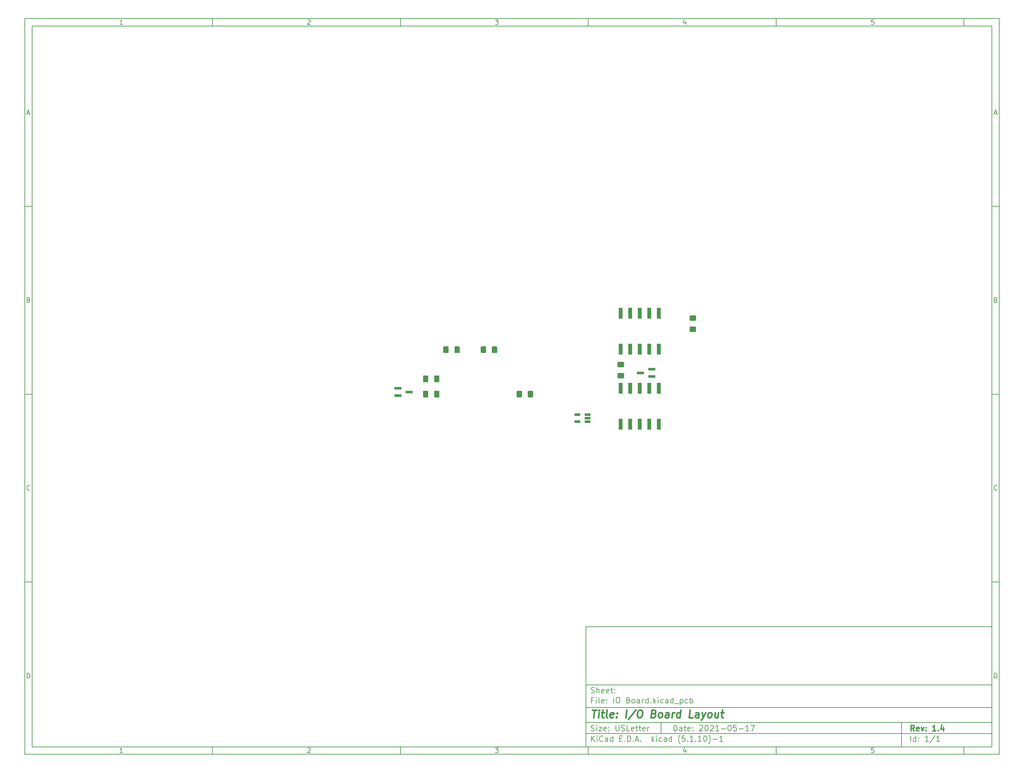
<source format=gbr>
G04 #@! TF.GenerationSoftware,KiCad,Pcbnew,(5.1.10)-1*
G04 #@! TF.CreationDate,2021-05-21T10:06:19-04:00*
G04 #@! TF.ProjectId,IO Board,494f2042-6f61-4726-942e-6b696361645f,1.4*
G04 #@! TF.SameCoordinates,Original*
G04 #@! TF.FileFunction,Paste,Top*
G04 #@! TF.FilePolarity,Positive*
%FSLAX46Y46*%
G04 Gerber Fmt 4.6, Leading zero omitted, Abs format (unit mm)*
G04 Created by KiCad (PCBNEW (5.1.10)-1) date 2021-05-21 10:06:19*
%MOMM*%
%LPD*%
G01*
G04 APERTURE LIST*
%ADD10C,0.100000*%
%ADD11C,0.150000*%
%ADD12C,0.300000*%
%ADD13C,0.400000*%
%ADD14R,1.900000X0.800000*%
%ADD15R,1.000000X3.000000*%
%ADD16R,1.560000X0.650000*%
G04 APERTURE END LIST*
D10*
D11*
X159400000Y-171900000D02*
X159400000Y-203900000D01*
X267400000Y-203900000D01*
X267400000Y-171900000D01*
X159400000Y-171900000D01*
D10*
D11*
X10000000Y-10000000D02*
X10000000Y-205900000D01*
X269400000Y-205900000D01*
X269400000Y-10000000D01*
X10000000Y-10000000D01*
D10*
D11*
X12000000Y-12000000D02*
X12000000Y-203900000D01*
X267400000Y-203900000D01*
X267400000Y-12000000D01*
X12000000Y-12000000D01*
D10*
D11*
X60000000Y-12000000D02*
X60000000Y-10000000D01*
D10*
D11*
X110000000Y-12000000D02*
X110000000Y-10000000D01*
D10*
D11*
X160000000Y-12000000D02*
X160000000Y-10000000D01*
D10*
D11*
X210000000Y-12000000D02*
X210000000Y-10000000D01*
D10*
D11*
X260000000Y-12000000D02*
X260000000Y-10000000D01*
D10*
D11*
X36065476Y-11588095D02*
X35322619Y-11588095D01*
X35694047Y-11588095D02*
X35694047Y-10288095D01*
X35570238Y-10473809D01*
X35446428Y-10597619D01*
X35322619Y-10659523D01*
D10*
D11*
X85322619Y-10411904D02*
X85384523Y-10350000D01*
X85508333Y-10288095D01*
X85817857Y-10288095D01*
X85941666Y-10350000D01*
X86003571Y-10411904D01*
X86065476Y-10535714D01*
X86065476Y-10659523D01*
X86003571Y-10845238D01*
X85260714Y-11588095D01*
X86065476Y-11588095D01*
D10*
D11*
X135260714Y-10288095D02*
X136065476Y-10288095D01*
X135632142Y-10783333D01*
X135817857Y-10783333D01*
X135941666Y-10845238D01*
X136003571Y-10907142D01*
X136065476Y-11030952D01*
X136065476Y-11340476D01*
X136003571Y-11464285D01*
X135941666Y-11526190D01*
X135817857Y-11588095D01*
X135446428Y-11588095D01*
X135322619Y-11526190D01*
X135260714Y-11464285D01*
D10*
D11*
X185941666Y-10721428D02*
X185941666Y-11588095D01*
X185632142Y-10226190D02*
X185322619Y-11154761D01*
X186127380Y-11154761D01*
D10*
D11*
X236003571Y-10288095D02*
X235384523Y-10288095D01*
X235322619Y-10907142D01*
X235384523Y-10845238D01*
X235508333Y-10783333D01*
X235817857Y-10783333D01*
X235941666Y-10845238D01*
X236003571Y-10907142D01*
X236065476Y-11030952D01*
X236065476Y-11340476D01*
X236003571Y-11464285D01*
X235941666Y-11526190D01*
X235817857Y-11588095D01*
X235508333Y-11588095D01*
X235384523Y-11526190D01*
X235322619Y-11464285D01*
D10*
D11*
X60000000Y-203900000D02*
X60000000Y-205900000D01*
D10*
D11*
X110000000Y-203900000D02*
X110000000Y-205900000D01*
D10*
D11*
X160000000Y-203900000D02*
X160000000Y-205900000D01*
D10*
D11*
X210000000Y-203900000D02*
X210000000Y-205900000D01*
D10*
D11*
X260000000Y-203900000D02*
X260000000Y-205900000D01*
D10*
D11*
X36065476Y-205488095D02*
X35322619Y-205488095D01*
X35694047Y-205488095D02*
X35694047Y-204188095D01*
X35570238Y-204373809D01*
X35446428Y-204497619D01*
X35322619Y-204559523D01*
D10*
D11*
X85322619Y-204311904D02*
X85384523Y-204250000D01*
X85508333Y-204188095D01*
X85817857Y-204188095D01*
X85941666Y-204250000D01*
X86003571Y-204311904D01*
X86065476Y-204435714D01*
X86065476Y-204559523D01*
X86003571Y-204745238D01*
X85260714Y-205488095D01*
X86065476Y-205488095D01*
D10*
D11*
X135260714Y-204188095D02*
X136065476Y-204188095D01*
X135632142Y-204683333D01*
X135817857Y-204683333D01*
X135941666Y-204745238D01*
X136003571Y-204807142D01*
X136065476Y-204930952D01*
X136065476Y-205240476D01*
X136003571Y-205364285D01*
X135941666Y-205426190D01*
X135817857Y-205488095D01*
X135446428Y-205488095D01*
X135322619Y-205426190D01*
X135260714Y-205364285D01*
D10*
D11*
X185941666Y-204621428D02*
X185941666Y-205488095D01*
X185632142Y-204126190D02*
X185322619Y-205054761D01*
X186127380Y-205054761D01*
D10*
D11*
X236003571Y-204188095D02*
X235384523Y-204188095D01*
X235322619Y-204807142D01*
X235384523Y-204745238D01*
X235508333Y-204683333D01*
X235817857Y-204683333D01*
X235941666Y-204745238D01*
X236003571Y-204807142D01*
X236065476Y-204930952D01*
X236065476Y-205240476D01*
X236003571Y-205364285D01*
X235941666Y-205426190D01*
X235817857Y-205488095D01*
X235508333Y-205488095D01*
X235384523Y-205426190D01*
X235322619Y-205364285D01*
D10*
D11*
X10000000Y-60000000D02*
X12000000Y-60000000D01*
D10*
D11*
X10000000Y-110000000D02*
X12000000Y-110000000D01*
D10*
D11*
X10000000Y-160000000D02*
X12000000Y-160000000D01*
D10*
D11*
X10690476Y-35216666D02*
X11309523Y-35216666D01*
X10566666Y-35588095D02*
X11000000Y-34288095D01*
X11433333Y-35588095D01*
D10*
D11*
X11092857Y-84907142D02*
X11278571Y-84969047D01*
X11340476Y-85030952D01*
X11402380Y-85154761D01*
X11402380Y-85340476D01*
X11340476Y-85464285D01*
X11278571Y-85526190D01*
X11154761Y-85588095D01*
X10659523Y-85588095D01*
X10659523Y-84288095D01*
X11092857Y-84288095D01*
X11216666Y-84350000D01*
X11278571Y-84411904D01*
X11340476Y-84535714D01*
X11340476Y-84659523D01*
X11278571Y-84783333D01*
X11216666Y-84845238D01*
X11092857Y-84907142D01*
X10659523Y-84907142D01*
D10*
D11*
X11402380Y-135464285D02*
X11340476Y-135526190D01*
X11154761Y-135588095D01*
X11030952Y-135588095D01*
X10845238Y-135526190D01*
X10721428Y-135402380D01*
X10659523Y-135278571D01*
X10597619Y-135030952D01*
X10597619Y-134845238D01*
X10659523Y-134597619D01*
X10721428Y-134473809D01*
X10845238Y-134350000D01*
X11030952Y-134288095D01*
X11154761Y-134288095D01*
X11340476Y-134350000D01*
X11402380Y-134411904D01*
D10*
D11*
X10659523Y-185588095D02*
X10659523Y-184288095D01*
X10969047Y-184288095D01*
X11154761Y-184350000D01*
X11278571Y-184473809D01*
X11340476Y-184597619D01*
X11402380Y-184845238D01*
X11402380Y-185030952D01*
X11340476Y-185278571D01*
X11278571Y-185402380D01*
X11154761Y-185526190D01*
X10969047Y-185588095D01*
X10659523Y-185588095D01*
D10*
D11*
X269400000Y-60000000D02*
X267400000Y-60000000D01*
D10*
D11*
X269400000Y-110000000D02*
X267400000Y-110000000D01*
D10*
D11*
X269400000Y-160000000D02*
X267400000Y-160000000D01*
D10*
D11*
X268090476Y-35216666D02*
X268709523Y-35216666D01*
X267966666Y-35588095D02*
X268400000Y-34288095D01*
X268833333Y-35588095D01*
D10*
D11*
X268492857Y-84907142D02*
X268678571Y-84969047D01*
X268740476Y-85030952D01*
X268802380Y-85154761D01*
X268802380Y-85340476D01*
X268740476Y-85464285D01*
X268678571Y-85526190D01*
X268554761Y-85588095D01*
X268059523Y-85588095D01*
X268059523Y-84288095D01*
X268492857Y-84288095D01*
X268616666Y-84350000D01*
X268678571Y-84411904D01*
X268740476Y-84535714D01*
X268740476Y-84659523D01*
X268678571Y-84783333D01*
X268616666Y-84845238D01*
X268492857Y-84907142D01*
X268059523Y-84907142D01*
D10*
D11*
X268802380Y-135464285D02*
X268740476Y-135526190D01*
X268554761Y-135588095D01*
X268430952Y-135588095D01*
X268245238Y-135526190D01*
X268121428Y-135402380D01*
X268059523Y-135278571D01*
X267997619Y-135030952D01*
X267997619Y-134845238D01*
X268059523Y-134597619D01*
X268121428Y-134473809D01*
X268245238Y-134350000D01*
X268430952Y-134288095D01*
X268554761Y-134288095D01*
X268740476Y-134350000D01*
X268802380Y-134411904D01*
D10*
D11*
X268059523Y-185588095D02*
X268059523Y-184288095D01*
X268369047Y-184288095D01*
X268554761Y-184350000D01*
X268678571Y-184473809D01*
X268740476Y-184597619D01*
X268802380Y-184845238D01*
X268802380Y-185030952D01*
X268740476Y-185278571D01*
X268678571Y-185402380D01*
X268554761Y-185526190D01*
X268369047Y-185588095D01*
X268059523Y-185588095D01*
D10*
D11*
X182832142Y-199678571D02*
X182832142Y-198178571D01*
X183189285Y-198178571D01*
X183403571Y-198250000D01*
X183546428Y-198392857D01*
X183617857Y-198535714D01*
X183689285Y-198821428D01*
X183689285Y-199035714D01*
X183617857Y-199321428D01*
X183546428Y-199464285D01*
X183403571Y-199607142D01*
X183189285Y-199678571D01*
X182832142Y-199678571D01*
X184975000Y-199678571D02*
X184975000Y-198892857D01*
X184903571Y-198750000D01*
X184760714Y-198678571D01*
X184475000Y-198678571D01*
X184332142Y-198750000D01*
X184975000Y-199607142D02*
X184832142Y-199678571D01*
X184475000Y-199678571D01*
X184332142Y-199607142D01*
X184260714Y-199464285D01*
X184260714Y-199321428D01*
X184332142Y-199178571D01*
X184475000Y-199107142D01*
X184832142Y-199107142D01*
X184975000Y-199035714D01*
X185475000Y-198678571D02*
X186046428Y-198678571D01*
X185689285Y-198178571D02*
X185689285Y-199464285D01*
X185760714Y-199607142D01*
X185903571Y-199678571D01*
X186046428Y-199678571D01*
X187117857Y-199607142D02*
X186975000Y-199678571D01*
X186689285Y-199678571D01*
X186546428Y-199607142D01*
X186475000Y-199464285D01*
X186475000Y-198892857D01*
X186546428Y-198750000D01*
X186689285Y-198678571D01*
X186975000Y-198678571D01*
X187117857Y-198750000D01*
X187189285Y-198892857D01*
X187189285Y-199035714D01*
X186475000Y-199178571D01*
X187832142Y-199535714D02*
X187903571Y-199607142D01*
X187832142Y-199678571D01*
X187760714Y-199607142D01*
X187832142Y-199535714D01*
X187832142Y-199678571D01*
X187832142Y-198750000D02*
X187903571Y-198821428D01*
X187832142Y-198892857D01*
X187760714Y-198821428D01*
X187832142Y-198750000D01*
X187832142Y-198892857D01*
X189617857Y-198321428D02*
X189689285Y-198250000D01*
X189832142Y-198178571D01*
X190189285Y-198178571D01*
X190332142Y-198250000D01*
X190403571Y-198321428D01*
X190475000Y-198464285D01*
X190475000Y-198607142D01*
X190403571Y-198821428D01*
X189546428Y-199678571D01*
X190475000Y-199678571D01*
X191403571Y-198178571D02*
X191546428Y-198178571D01*
X191689285Y-198250000D01*
X191760714Y-198321428D01*
X191832142Y-198464285D01*
X191903571Y-198750000D01*
X191903571Y-199107142D01*
X191832142Y-199392857D01*
X191760714Y-199535714D01*
X191689285Y-199607142D01*
X191546428Y-199678571D01*
X191403571Y-199678571D01*
X191260714Y-199607142D01*
X191189285Y-199535714D01*
X191117857Y-199392857D01*
X191046428Y-199107142D01*
X191046428Y-198750000D01*
X191117857Y-198464285D01*
X191189285Y-198321428D01*
X191260714Y-198250000D01*
X191403571Y-198178571D01*
X192475000Y-198321428D02*
X192546428Y-198250000D01*
X192689285Y-198178571D01*
X193046428Y-198178571D01*
X193189285Y-198250000D01*
X193260714Y-198321428D01*
X193332142Y-198464285D01*
X193332142Y-198607142D01*
X193260714Y-198821428D01*
X192403571Y-199678571D01*
X193332142Y-199678571D01*
X194760714Y-199678571D02*
X193903571Y-199678571D01*
X194332142Y-199678571D02*
X194332142Y-198178571D01*
X194189285Y-198392857D01*
X194046428Y-198535714D01*
X193903571Y-198607142D01*
X195403571Y-199107142D02*
X196546428Y-199107142D01*
X197546428Y-198178571D02*
X197689285Y-198178571D01*
X197832142Y-198250000D01*
X197903571Y-198321428D01*
X197975000Y-198464285D01*
X198046428Y-198750000D01*
X198046428Y-199107142D01*
X197975000Y-199392857D01*
X197903571Y-199535714D01*
X197832142Y-199607142D01*
X197689285Y-199678571D01*
X197546428Y-199678571D01*
X197403571Y-199607142D01*
X197332142Y-199535714D01*
X197260714Y-199392857D01*
X197189285Y-199107142D01*
X197189285Y-198750000D01*
X197260714Y-198464285D01*
X197332142Y-198321428D01*
X197403571Y-198250000D01*
X197546428Y-198178571D01*
X199403571Y-198178571D02*
X198689285Y-198178571D01*
X198617857Y-198892857D01*
X198689285Y-198821428D01*
X198832142Y-198750000D01*
X199189285Y-198750000D01*
X199332142Y-198821428D01*
X199403571Y-198892857D01*
X199475000Y-199035714D01*
X199475000Y-199392857D01*
X199403571Y-199535714D01*
X199332142Y-199607142D01*
X199189285Y-199678571D01*
X198832142Y-199678571D01*
X198689285Y-199607142D01*
X198617857Y-199535714D01*
X200117857Y-199107142D02*
X201260714Y-199107142D01*
X202760714Y-199678571D02*
X201903571Y-199678571D01*
X202332142Y-199678571D02*
X202332142Y-198178571D01*
X202189285Y-198392857D01*
X202046428Y-198535714D01*
X201903571Y-198607142D01*
X203260714Y-198178571D02*
X204260714Y-198178571D01*
X203617857Y-199678571D01*
D10*
D11*
X159400000Y-200400000D02*
X267400000Y-200400000D01*
D10*
D11*
X160832142Y-202478571D02*
X160832142Y-200978571D01*
X161689285Y-202478571D02*
X161046428Y-201621428D01*
X161689285Y-200978571D02*
X160832142Y-201835714D01*
X162332142Y-202478571D02*
X162332142Y-201478571D01*
X162332142Y-200978571D02*
X162260714Y-201050000D01*
X162332142Y-201121428D01*
X162403571Y-201050000D01*
X162332142Y-200978571D01*
X162332142Y-201121428D01*
X163903571Y-202335714D02*
X163832142Y-202407142D01*
X163617857Y-202478571D01*
X163475000Y-202478571D01*
X163260714Y-202407142D01*
X163117857Y-202264285D01*
X163046428Y-202121428D01*
X162975000Y-201835714D01*
X162975000Y-201621428D01*
X163046428Y-201335714D01*
X163117857Y-201192857D01*
X163260714Y-201050000D01*
X163475000Y-200978571D01*
X163617857Y-200978571D01*
X163832142Y-201050000D01*
X163903571Y-201121428D01*
X165189285Y-202478571D02*
X165189285Y-201692857D01*
X165117857Y-201550000D01*
X164975000Y-201478571D01*
X164689285Y-201478571D01*
X164546428Y-201550000D01*
X165189285Y-202407142D02*
X165046428Y-202478571D01*
X164689285Y-202478571D01*
X164546428Y-202407142D01*
X164475000Y-202264285D01*
X164475000Y-202121428D01*
X164546428Y-201978571D01*
X164689285Y-201907142D01*
X165046428Y-201907142D01*
X165189285Y-201835714D01*
X166546428Y-202478571D02*
X166546428Y-200978571D01*
X166546428Y-202407142D02*
X166403571Y-202478571D01*
X166117857Y-202478571D01*
X165975000Y-202407142D01*
X165903571Y-202335714D01*
X165832142Y-202192857D01*
X165832142Y-201764285D01*
X165903571Y-201621428D01*
X165975000Y-201550000D01*
X166117857Y-201478571D01*
X166403571Y-201478571D01*
X166546428Y-201550000D01*
X168403571Y-201692857D02*
X168903571Y-201692857D01*
X169117857Y-202478571D02*
X168403571Y-202478571D01*
X168403571Y-200978571D01*
X169117857Y-200978571D01*
X169760714Y-202335714D02*
X169832142Y-202407142D01*
X169760714Y-202478571D01*
X169689285Y-202407142D01*
X169760714Y-202335714D01*
X169760714Y-202478571D01*
X170475000Y-202478571D02*
X170475000Y-200978571D01*
X170832142Y-200978571D01*
X171046428Y-201050000D01*
X171189285Y-201192857D01*
X171260714Y-201335714D01*
X171332142Y-201621428D01*
X171332142Y-201835714D01*
X171260714Y-202121428D01*
X171189285Y-202264285D01*
X171046428Y-202407142D01*
X170832142Y-202478571D01*
X170475000Y-202478571D01*
X171975000Y-202335714D02*
X172046428Y-202407142D01*
X171975000Y-202478571D01*
X171903571Y-202407142D01*
X171975000Y-202335714D01*
X171975000Y-202478571D01*
X172617857Y-202050000D02*
X173332142Y-202050000D01*
X172475000Y-202478571D02*
X172975000Y-200978571D01*
X173475000Y-202478571D01*
X173975000Y-202335714D02*
X174046428Y-202407142D01*
X173975000Y-202478571D01*
X173903571Y-202407142D01*
X173975000Y-202335714D01*
X173975000Y-202478571D01*
X176975000Y-202478571D02*
X176975000Y-200978571D01*
X177117857Y-201907142D02*
X177546428Y-202478571D01*
X177546428Y-201478571D02*
X176975000Y-202050000D01*
X178189285Y-202478571D02*
X178189285Y-201478571D01*
X178189285Y-200978571D02*
X178117857Y-201050000D01*
X178189285Y-201121428D01*
X178260714Y-201050000D01*
X178189285Y-200978571D01*
X178189285Y-201121428D01*
X179546428Y-202407142D02*
X179403571Y-202478571D01*
X179117857Y-202478571D01*
X178975000Y-202407142D01*
X178903571Y-202335714D01*
X178832142Y-202192857D01*
X178832142Y-201764285D01*
X178903571Y-201621428D01*
X178975000Y-201550000D01*
X179117857Y-201478571D01*
X179403571Y-201478571D01*
X179546428Y-201550000D01*
X180832142Y-202478571D02*
X180832142Y-201692857D01*
X180760714Y-201550000D01*
X180617857Y-201478571D01*
X180332142Y-201478571D01*
X180189285Y-201550000D01*
X180832142Y-202407142D02*
X180689285Y-202478571D01*
X180332142Y-202478571D01*
X180189285Y-202407142D01*
X180117857Y-202264285D01*
X180117857Y-202121428D01*
X180189285Y-201978571D01*
X180332142Y-201907142D01*
X180689285Y-201907142D01*
X180832142Y-201835714D01*
X182189285Y-202478571D02*
X182189285Y-200978571D01*
X182189285Y-202407142D02*
X182046428Y-202478571D01*
X181760714Y-202478571D01*
X181617857Y-202407142D01*
X181546428Y-202335714D01*
X181475000Y-202192857D01*
X181475000Y-201764285D01*
X181546428Y-201621428D01*
X181617857Y-201550000D01*
X181760714Y-201478571D01*
X182046428Y-201478571D01*
X182189285Y-201550000D01*
X184475000Y-203050000D02*
X184403571Y-202978571D01*
X184260714Y-202764285D01*
X184189285Y-202621428D01*
X184117857Y-202407142D01*
X184046428Y-202050000D01*
X184046428Y-201764285D01*
X184117857Y-201407142D01*
X184189285Y-201192857D01*
X184260714Y-201050000D01*
X184403571Y-200835714D01*
X184475000Y-200764285D01*
X185760714Y-200978571D02*
X185046428Y-200978571D01*
X184975000Y-201692857D01*
X185046428Y-201621428D01*
X185189285Y-201550000D01*
X185546428Y-201550000D01*
X185689285Y-201621428D01*
X185760714Y-201692857D01*
X185832142Y-201835714D01*
X185832142Y-202192857D01*
X185760714Y-202335714D01*
X185689285Y-202407142D01*
X185546428Y-202478571D01*
X185189285Y-202478571D01*
X185046428Y-202407142D01*
X184975000Y-202335714D01*
X186475000Y-202335714D02*
X186546428Y-202407142D01*
X186475000Y-202478571D01*
X186403571Y-202407142D01*
X186475000Y-202335714D01*
X186475000Y-202478571D01*
X187975000Y-202478571D02*
X187117857Y-202478571D01*
X187546428Y-202478571D02*
X187546428Y-200978571D01*
X187403571Y-201192857D01*
X187260714Y-201335714D01*
X187117857Y-201407142D01*
X188617857Y-202335714D02*
X188689285Y-202407142D01*
X188617857Y-202478571D01*
X188546428Y-202407142D01*
X188617857Y-202335714D01*
X188617857Y-202478571D01*
X190117857Y-202478571D02*
X189260714Y-202478571D01*
X189689285Y-202478571D02*
X189689285Y-200978571D01*
X189546428Y-201192857D01*
X189403571Y-201335714D01*
X189260714Y-201407142D01*
X191046428Y-200978571D02*
X191189285Y-200978571D01*
X191332142Y-201050000D01*
X191403571Y-201121428D01*
X191475000Y-201264285D01*
X191546428Y-201550000D01*
X191546428Y-201907142D01*
X191475000Y-202192857D01*
X191403571Y-202335714D01*
X191332142Y-202407142D01*
X191189285Y-202478571D01*
X191046428Y-202478571D01*
X190903571Y-202407142D01*
X190832142Y-202335714D01*
X190760714Y-202192857D01*
X190689285Y-201907142D01*
X190689285Y-201550000D01*
X190760714Y-201264285D01*
X190832142Y-201121428D01*
X190903571Y-201050000D01*
X191046428Y-200978571D01*
X192046428Y-203050000D02*
X192117857Y-202978571D01*
X192260714Y-202764285D01*
X192332142Y-202621428D01*
X192403571Y-202407142D01*
X192475000Y-202050000D01*
X192475000Y-201764285D01*
X192403571Y-201407142D01*
X192332142Y-201192857D01*
X192260714Y-201050000D01*
X192117857Y-200835714D01*
X192046428Y-200764285D01*
X193189285Y-201907142D02*
X194332142Y-201907142D01*
X195832142Y-202478571D02*
X194975000Y-202478571D01*
X195403571Y-202478571D02*
X195403571Y-200978571D01*
X195260714Y-201192857D01*
X195117857Y-201335714D01*
X194975000Y-201407142D01*
D10*
D11*
X159400000Y-197400000D02*
X267400000Y-197400000D01*
D10*
D12*
X246809285Y-199678571D02*
X246309285Y-198964285D01*
X245952142Y-199678571D02*
X245952142Y-198178571D01*
X246523571Y-198178571D01*
X246666428Y-198250000D01*
X246737857Y-198321428D01*
X246809285Y-198464285D01*
X246809285Y-198678571D01*
X246737857Y-198821428D01*
X246666428Y-198892857D01*
X246523571Y-198964285D01*
X245952142Y-198964285D01*
X248023571Y-199607142D02*
X247880714Y-199678571D01*
X247595000Y-199678571D01*
X247452142Y-199607142D01*
X247380714Y-199464285D01*
X247380714Y-198892857D01*
X247452142Y-198750000D01*
X247595000Y-198678571D01*
X247880714Y-198678571D01*
X248023571Y-198750000D01*
X248095000Y-198892857D01*
X248095000Y-199035714D01*
X247380714Y-199178571D01*
X248595000Y-198678571D02*
X248952142Y-199678571D01*
X249309285Y-198678571D01*
X249880714Y-199535714D02*
X249952142Y-199607142D01*
X249880714Y-199678571D01*
X249809285Y-199607142D01*
X249880714Y-199535714D01*
X249880714Y-199678571D01*
X249880714Y-198750000D02*
X249952142Y-198821428D01*
X249880714Y-198892857D01*
X249809285Y-198821428D01*
X249880714Y-198750000D01*
X249880714Y-198892857D01*
X252523571Y-199678571D02*
X251666428Y-199678571D01*
X252095000Y-199678571D02*
X252095000Y-198178571D01*
X251952142Y-198392857D01*
X251809285Y-198535714D01*
X251666428Y-198607142D01*
X253166428Y-199535714D02*
X253237857Y-199607142D01*
X253166428Y-199678571D01*
X253095000Y-199607142D01*
X253166428Y-199535714D01*
X253166428Y-199678571D01*
X254523571Y-198678571D02*
X254523571Y-199678571D01*
X254166428Y-198107142D02*
X253809285Y-199178571D01*
X254737857Y-199178571D01*
D10*
D11*
X160760714Y-199607142D02*
X160975000Y-199678571D01*
X161332142Y-199678571D01*
X161475000Y-199607142D01*
X161546428Y-199535714D01*
X161617857Y-199392857D01*
X161617857Y-199250000D01*
X161546428Y-199107142D01*
X161475000Y-199035714D01*
X161332142Y-198964285D01*
X161046428Y-198892857D01*
X160903571Y-198821428D01*
X160832142Y-198750000D01*
X160760714Y-198607142D01*
X160760714Y-198464285D01*
X160832142Y-198321428D01*
X160903571Y-198250000D01*
X161046428Y-198178571D01*
X161403571Y-198178571D01*
X161617857Y-198250000D01*
X162260714Y-199678571D02*
X162260714Y-198678571D01*
X162260714Y-198178571D02*
X162189285Y-198250000D01*
X162260714Y-198321428D01*
X162332142Y-198250000D01*
X162260714Y-198178571D01*
X162260714Y-198321428D01*
X162832142Y-198678571D02*
X163617857Y-198678571D01*
X162832142Y-199678571D01*
X163617857Y-199678571D01*
X164760714Y-199607142D02*
X164617857Y-199678571D01*
X164332142Y-199678571D01*
X164189285Y-199607142D01*
X164117857Y-199464285D01*
X164117857Y-198892857D01*
X164189285Y-198750000D01*
X164332142Y-198678571D01*
X164617857Y-198678571D01*
X164760714Y-198750000D01*
X164832142Y-198892857D01*
X164832142Y-199035714D01*
X164117857Y-199178571D01*
X165475000Y-199535714D02*
X165546428Y-199607142D01*
X165475000Y-199678571D01*
X165403571Y-199607142D01*
X165475000Y-199535714D01*
X165475000Y-199678571D01*
X165475000Y-198750000D02*
X165546428Y-198821428D01*
X165475000Y-198892857D01*
X165403571Y-198821428D01*
X165475000Y-198750000D01*
X165475000Y-198892857D01*
X167332142Y-198178571D02*
X167332142Y-199392857D01*
X167403571Y-199535714D01*
X167475000Y-199607142D01*
X167617857Y-199678571D01*
X167903571Y-199678571D01*
X168046428Y-199607142D01*
X168117857Y-199535714D01*
X168189285Y-199392857D01*
X168189285Y-198178571D01*
X168832142Y-199607142D02*
X169046428Y-199678571D01*
X169403571Y-199678571D01*
X169546428Y-199607142D01*
X169617857Y-199535714D01*
X169689285Y-199392857D01*
X169689285Y-199250000D01*
X169617857Y-199107142D01*
X169546428Y-199035714D01*
X169403571Y-198964285D01*
X169117857Y-198892857D01*
X168975000Y-198821428D01*
X168903571Y-198750000D01*
X168832142Y-198607142D01*
X168832142Y-198464285D01*
X168903571Y-198321428D01*
X168975000Y-198250000D01*
X169117857Y-198178571D01*
X169475000Y-198178571D01*
X169689285Y-198250000D01*
X171046428Y-199678571D02*
X170332142Y-199678571D01*
X170332142Y-198178571D01*
X172117857Y-199607142D02*
X171975000Y-199678571D01*
X171689285Y-199678571D01*
X171546428Y-199607142D01*
X171475000Y-199464285D01*
X171475000Y-198892857D01*
X171546428Y-198750000D01*
X171689285Y-198678571D01*
X171975000Y-198678571D01*
X172117857Y-198750000D01*
X172189285Y-198892857D01*
X172189285Y-199035714D01*
X171475000Y-199178571D01*
X172617857Y-198678571D02*
X173189285Y-198678571D01*
X172832142Y-198178571D02*
X172832142Y-199464285D01*
X172903571Y-199607142D01*
X173046428Y-199678571D01*
X173189285Y-199678571D01*
X173475000Y-198678571D02*
X174046428Y-198678571D01*
X173689285Y-198178571D02*
X173689285Y-199464285D01*
X173760714Y-199607142D01*
X173903571Y-199678571D01*
X174046428Y-199678571D01*
X175117857Y-199607142D02*
X174975000Y-199678571D01*
X174689285Y-199678571D01*
X174546428Y-199607142D01*
X174475000Y-199464285D01*
X174475000Y-198892857D01*
X174546428Y-198750000D01*
X174689285Y-198678571D01*
X174975000Y-198678571D01*
X175117857Y-198750000D01*
X175189285Y-198892857D01*
X175189285Y-199035714D01*
X174475000Y-199178571D01*
X175832142Y-199678571D02*
X175832142Y-198678571D01*
X175832142Y-198964285D02*
X175903571Y-198821428D01*
X175975000Y-198750000D01*
X176117857Y-198678571D01*
X176260714Y-198678571D01*
D10*
D11*
X245832142Y-202478571D02*
X245832142Y-200978571D01*
X247189285Y-202478571D02*
X247189285Y-200978571D01*
X247189285Y-202407142D02*
X247046428Y-202478571D01*
X246760714Y-202478571D01*
X246617857Y-202407142D01*
X246546428Y-202335714D01*
X246475000Y-202192857D01*
X246475000Y-201764285D01*
X246546428Y-201621428D01*
X246617857Y-201550000D01*
X246760714Y-201478571D01*
X247046428Y-201478571D01*
X247189285Y-201550000D01*
X247903571Y-202335714D02*
X247975000Y-202407142D01*
X247903571Y-202478571D01*
X247832142Y-202407142D01*
X247903571Y-202335714D01*
X247903571Y-202478571D01*
X247903571Y-201550000D02*
X247975000Y-201621428D01*
X247903571Y-201692857D01*
X247832142Y-201621428D01*
X247903571Y-201550000D01*
X247903571Y-201692857D01*
X250546428Y-202478571D02*
X249689285Y-202478571D01*
X250117857Y-202478571D02*
X250117857Y-200978571D01*
X249975000Y-201192857D01*
X249832142Y-201335714D01*
X249689285Y-201407142D01*
X252260714Y-200907142D02*
X250975000Y-202835714D01*
X253546428Y-202478571D02*
X252689285Y-202478571D01*
X253117857Y-202478571D02*
X253117857Y-200978571D01*
X252975000Y-201192857D01*
X252832142Y-201335714D01*
X252689285Y-201407142D01*
D10*
D11*
X159400000Y-193400000D02*
X267400000Y-193400000D01*
D10*
D13*
X161112380Y-194104761D02*
X162255238Y-194104761D01*
X161433809Y-196104761D02*
X161683809Y-194104761D01*
X162671904Y-196104761D02*
X162838571Y-194771428D01*
X162921904Y-194104761D02*
X162814761Y-194200000D01*
X162898095Y-194295238D01*
X163005238Y-194200000D01*
X162921904Y-194104761D01*
X162898095Y-194295238D01*
X163505238Y-194771428D02*
X164267142Y-194771428D01*
X163874285Y-194104761D02*
X163660000Y-195819047D01*
X163731428Y-196009523D01*
X163910000Y-196104761D01*
X164100476Y-196104761D01*
X165052857Y-196104761D02*
X164874285Y-196009523D01*
X164802857Y-195819047D01*
X165017142Y-194104761D01*
X166588571Y-196009523D02*
X166386190Y-196104761D01*
X166005238Y-196104761D01*
X165826666Y-196009523D01*
X165755238Y-195819047D01*
X165850476Y-195057142D01*
X165969523Y-194866666D01*
X166171904Y-194771428D01*
X166552857Y-194771428D01*
X166731428Y-194866666D01*
X166802857Y-195057142D01*
X166779047Y-195247619D01*
X165802857Y-195438095D01*
X167552857Y-195914285D02*
X167636190Y-196009523D01*
X167529047Y-196104761D01*
X167445714Y-196009523D01*
X167552857Y-195914285D01*
X167529047Y-196104761D01*
X167683809Y-194866666D02*
X167767142Y-194961904D01*
X167660000Y-195057142D01*
X167576666Y-194961904D01*
X167683809Y-194866666D01*
X167660000Y-195057142D01*
X170005238Y-196104761D02*
X170255238Y-194104761D01*
X172648095Y-194009523D02*
X170612380Y-196580952D01*
X173683809Y-194104761D02*
X174064761Y-194104761D01*
X174243333Y-194200000D01*
X174410000Y-194390476D01*
X174457619Y-194771428D01*
X174374285Y-195438095D01*
X174231428Y-195819047D01*
X174017142Y-196009523D01*
X173814761Y-196104761D01*
X173433809Y-196104761D01*
X173255238Y-196009523D01*
X173088571Y-195819047D01*
X173040952Y-195438095D01*
X173124285Y-194771428D01*
X173267142Y-194390476D01*
X173481428Y-194200000D01*
X173683809Y-194104761D01*
X177469523Y-195057142D02*
X177743333Y-195152380D01*
X177826666Y-195247619D01*
X177898095Y-195438095D01*
X177862380Y-195723809D01*
X177743333Y-195914285D01*
X177636190Y-196009523D01*
X177433809Y-196104761D01*
X176671904Y-196104761D01*
X176921904Y-194104761D01*
X177588571Y-194104761D01*
X177767142Y-194200000D01*
X177850476Y-194295238D01*
X177921904Y-194485714D01*
X177898095Y-194676190D01*
X177779047Y-194866666D01*
X177671904Y-194961904D01*
X177469523Y-195057142D01*
X176802857Y-195057142D01*
X178957619Y-196104761D02*
X178779047Y-196009523D01*
X178695714Y-195914285D01*
X178624285Y-195723809D01*
X178695714Y-195152380D01*
X178814761Y-194961904D01*
X178921904Y-194866666D01*
X179124285Y-194771428D01*
X179410000Y-194771428D01*
X179588571Y-194866666D01*
X179671904Y-194961904D01*
X179743333Y-195152380D01*
X179671904Y-195723809D01*
X179552857Y-195914285D01*
X179445714Y-196009523D01*
X179243333Y-196104761D01*
X178957619Y-196104761D01*
X181338571Y-196104761D02*
X181469523Y-195057142D01*
X181398095Y-194866666D01*
X181219523Y-194771428D01*
X180838571Y-194771428D01*
X180636190Y-194866666D01*
X181350476Y-196009523D02*
X181148095Y-196104761D01*
X180671904Y-196104761D01*
X180493333Y-196009523D01*
X180421904Y-195819047D01*
X180445714Y-195628571D01*
X180564761Y-195438095D01*
X180767142Y-195342857D01*
X181243333Y-195342857D01*
X181445714Y-195247619D01*
X182290952Y-196104761D02*
X182457619Y-194771428D01*
X182410000Y-195152380D02*
X182529047Y-194961904D01*
X182636190Y-194866666D01*
X182838571Y-194771428D01*
X183029047Y-194771428D01*
X184386190Y-196104761D02*
X184636190Y-194104761D01*
X184398095Y-196009523D02*
X184195714Y-196104761D01*
X183814761Y-196104761D01*
X183636190Y-196009523D01*
X183552857Y-195914285D01*
X183481428Y-195723809D01*
X183552857Y-195152380D01*
X183671904Y-194961904D01*
X183779047Y-194866666D01*
X183981428Y-194771428D01*
X184362380Y-194771428D01*
X184540952Y-194866666D01*
X187814761Y-196104761D02*
X186862380Y-196104761D01*
X187112380Y-194104761D01*
X189338571Y-196104761D02*
X189469523Y-195057142D01*
X189398095Y-194866666D01*
X189219523Y-194771428D01*
X188838571Y-194771428D01*
X188636190Y-194866666D01*
X189350476Y-196009523D02*
X189148095Y-196104761D01*
X188671904Y-196104761D01*
X188493333Y-196009523D01*
X188421904Y-195819047D01*
X188445714Y-195628571D01*
X188564761Y-195438095D01*
X188767142Y-195342857D01*
X189243333Y-195342857D01*
X189445714Y-195247619D01*
X190267142Y-194771428D02*
X190576666Y-196104761D01*
X191219523Y-194771428D02*
X190576666Y-196104761D01*
X190326666Y-196580952D01*
X190219523Y-196676190D01*
X190017142Y-196771428D01*
X192100476Y-196104761D02*
X191921904Y-196009523D01*
X191838571Y-195914285D01*
X191767142Y-195723809D01*
X191838571Y-195152380D01*
X191957619Y-194961904D01*
X192064761Y-194866666D01*
X192267142Y-194771428D01*
X192552857Y-194771428D01*
X192731428Y-194866666D01*
X192814761Y-194961904D01*
X192886190Y-195152380D01*
X192814761Y-195723809D01*
X192695714Y-195914285D01*
X192588571Y-196009523D01*
X192386190Y-196104761D01*
X192100476Y-196104761D01*
X194648095Y-194771428D02*
X194481428Y-196104761D01*
X193790952Y-194771428D02*
X193660000Y-195819047D01*
X193731428Y-196009523D01*
X193910000Y-196104761D01*
X194195714Y-196104761D01*
X194398095Y-196009523D01*
X194505238Y-195914285D01*
X195314761Y-194771428D02*
X196076666Y-194771428D01*
X195683809Y-194104761D02*
X195469523Y-195819047D01*
X195540952Y-196009523D01*
X195719523Y-196104761D01*
X195910000Y-196104761D01*
D10*
D11*
X161332142Y-191492857D02*
X160832142Y-191492857D01*
X160832142Y-192278571D02*
X160832142Y-190778571D01*
X161546428Y-190778571D01*
X162117857Y-192278571D02*
X162117857Y-191278571D01*
X162117857Y-190778571D02*
X162046428Y-190850000D01*
X162117857Y-190921428D01*
X162189285Y-190850000D01*
X162117857Y-190778571D01*
X162117857Y-190921428D01*
X163046428Y-192278571D02*
X162903571Y-192207142D01*
X162832142Y-192064285D01*
X162832142Y-190778571D01*
X164189285Y-192207142D02*
X164046428Y-192278571D01*
X163760714Y-192278571D01*
X163617857Y-192207142D01*
X163546428Y-192064285D01*
X163546428Y-191492857D01*
X163617857Y-191350000D01*
X163760714Y-191278571D01*
X164046428Y-191278571D01*
X164189285Y-191350000D01*
X164260714Y-191492857D01*
X164260714Y-191635714D01*
X163546428Y-191778571D01*
X164903571Y-192135714D02*
X164975000Y-192207142D01*
X164903571Y-192278571D01*
X164832142Y-192207142D01*
X164903571Y-192135714D01*
X164903571Y-192278571D01*
X164903571Y-191350000D02*
X164975000Y-191421428D01*
X164903571Y-191492857D01*
X164832142Y-191421428D01*
X164903571Y-191350000D01*
X164903571Y-191492857D01*
X166760714Y-192278571D02*
X166760714Y-190778571D01*
X167760714Y-190778571D02*
X168046428Y-190778571D01*
X168189285Y-190850000D01*
X168332142Y-190992857D01*
X168403571Y-191278571D01*
X168403571Y-191778571D01*
X168332142Y-192064285D01*
X168189285Y-192207142D01*
X168046428Y-192278571D01*
X167760714Y-192278571D01*
X167617857Y-192207142D01*
X167475000Y-192064285D01*
X167403571Y-191778571D01*
X167403571Y-191278571D01*
X167475000Y-190992857D01*
X167617857Y-190850000D01*
X167760714Y-190778571D01*
X170689285Y-191492857D02*
X170903571Y-191564285D01*
X170975000Y-191635714D01*
X171046428Y-191778571D01*
X171046428Y-191992857D01*
X170975000Y-192135714D01*
X170903571Y-192207142D01*
X170760714Y-192278571D01*
X170189285Y-192278571D01*
X170189285Y-190778571D01*
X170689285Y-190778571D01*
X170832142Y-190850000D01*
X170903571Y-190921428D01*
X170975000Y-191064285D01*
X170975000Y-191207142D01*
X170903571Y-191350000D01*
X170832142Y-191421428D01*
X170689285Y-191492857D01*
X170189285Y-191492857D01*
X171903571Y-192278571D02*
X171760714Y-192207142D01*
X171689285Y-192135714D01*
X171617857Y-191992857D01*
X171617857Y-191564285D01*
X171689285Y-191421428D01*
X171760714Y-191350000D01*
X171903571Y-191278571D01*
X172117857Y-191278571D01*
X172260714Y-191350000D01*
X172332142Y-191421428D01*
X172403571Y-191564285D01*
X172403571Y-191992857D01*
X172332142Y-192135714D01*
X172260714Y-192207142D01*
X172117857Y-192278571D01*
X171903571Y-192278571D01*
X173689285Y-192278571D02*
X173689285Y-191492857D01*
X173617857Y-191350000D01*
X173475000Y-191278571D01*
X173189285Y-191278571D01*
X173046428Y-191350000D01*
X173689285Y-192207142D02*
X173546428Y-192278571D01*
X173189285Y-192278571D01*
X173046428Y-192207142D01*
X172975000Y-192064285D01*
X172975000Y-191921428D01*
X173046428Y-191778571D01*
X173189285Y-191707142D01*
X173546428Y-191707142D01*
X173689285Y-191635714D01*
X174403571Y-192278571D02*
X174403571Y-191278571D01*
X174403571Y-191564285D02*
X174475000Y-191421428D01*
X174546428Y-191350000D01*
X174689285Y-191278571D01*
X174832142Y-191278571D01*
X175975000Y-192278571D02*
X175975000Y-190778571D01*
X175975000Y-192207142D02*
X175832142Y-192278571D01*
X175546428Y-192278571D01*
X175403571Y-192207142D01*
X175332142Y-192135714D01*
X175260714Y-191992857D01*
X175260714Y-191564285D01*
X175332142Y-191421428D01*
X175403571Y-191350000D01*
X175546428Y-191278571D01*
X175832142Y-191278571D01*
X175975000Y-191350000D01*
X176689285Y-192135714D02*
X176760714Y-192207142D01*
X176689285Y-192278571D01*
X176617857Y-192207142D01*
X176689285Y-192135714D01*
X176689285Y-192278571D01*
X177403571Y-192278571D02*
X177403571Y-190778571D01*
X177546428Y-191707142D02*
X177975000Y-192278571D01*
X177975000Y-191278571D02*
X177403571Y-191850000D01*
X178617857Y-192278571D02*
X178617857Y-191278571D01*
X178617857Y-190778571D02*
X178546428Y-190850000D01*
X178617857Y-190921428D01*
X178689285Y-190850000D01*
X178617857Y-190778571D01*
X178617857Y-190921428D01*
X179975000Y-192207142D02*
X179832142Y-192278571D01*
X179546428Y-192278571D01*
X179403571Y-192207142D01*
X179332142Y-192135714D01*
X179260714Y-191992857D01*
X179260714Y-191564285D01*
X179332142Y-191421428D01*
X179403571Y-191350000D01*
X179546428Y-191278571D01*
X179832142Y-191278571D01*
X179975000Y-191350000D01*
X181260714Y-192278571D02*
X181260714Y-191492857D01*
X181189285Y-191350000D01*
X181046428Y-191278571D01*
X180760714Y-191278571D01*
X180617857Y-191350000D01*
X181260714Y-192207142D02*
X181117857Y-192278571D01*
X180760714Y-192278571D01*
X180617857Y-192207142D01*
X180546428Y-192064285D01*
X180546428Y-191921428D01*
X180617857Y-191778571D01*
X180760714Y-191707142D01*
X181117857Y-191707142D01*
X181260714Y-191635714D01*
X182617857Y-192278571D02*
X182617857Y-190778571D01*
X182617857Y-192207142D02*
X182475000Y-192278571D01*
X182189285Y-192278571D01*
X182046428Y-192207142D01*
X181975000Y-192135714D01*
X181903571Y-191992857D01*
X181903571Y-191564285D01*
X181975000Y-191421428D01*
X182046428Y-191350000D01*
X182189285Y-191278571D01*
X182475000Y-191278571D01*
X182617857Y-191350000D01*
X182975000Y-192421428D02*
X184117857Y-192421428D01*
X184475000Y-191278571D02*
X184475000Y-192778571D01*
X184475000Y-191350000D02*
X184617857Y-191278571D01*
X184903571Y-191278571D01*
X185046428Y-191350000D01*
X185117857Y-191421428D01*
X185189285Y-191564285D01*
X185189285Y-191992857D01*
X185117857Y-192135714D01*
X185046428Y-192207142D01*
X184903571Y-192278571D01*
X184617857Y-192278571D01*
X184475000Y-192207142D01*
X186475000Y-192207142D02*
X186332142Y-192278571D01*
X186046428Y-192278571D01*
X185903571Y-192207142D01*
X185832142Y-192135714D01*
X185760714Y-191992857D01*
X185760714Y-191564285D01*
X185832142Y-191421428D01*
X185903571Y-191350000D01*
X186046428Y-191278571D01*
X186332142Y-191278571D01*
X186475000Y-191350000D01*
X187117857Y-192278571D02*
X187117857Y-190778571D01*
X187117857Y-191350000D02*
X187260714Y-191278571D01*
X187546428Y-191278571D01*
X187689285Y-191350000D01*
X187760714Y-191421428D01*
X187832142Y-191564285D01*
X187832142Y-191992857D01*
X187760714Y-192135714D01*
X187689285Y-192207142D01*
X187546428Y-192278571D01*
X187260714Y-192278571D01*
X187117857Y-192207142D01*
D10*
D11*
X159400000Y-187400000D02*
X267400000Y-187400000D01*
D10*
D11*
X160760714Y-189507142D02*
X160975000Y-189578571D01*
X161332142Y-189578571D01*
X161475000Y-189507142D01*
X161546428Y-189435714D01*
X161617857Y-189292857D01*
X161617857Y-189150000D01*
X161546428Y-189007142D01*
X161475000Y-188935714D01*
X161332142Y-188864285D01*
X161046428Y-188792857D01*
X160903571Y-188721428D01*
X160832142Y-188650000D01*
X160760714Y-188507142D01*
X160760714Y-188364285D01*
X160832142Y-188221428D01*
X160903571Y-188150000D01*
X161046428Y-188078571D01*
X161403571Y-188078571D01*
X161617857Y-188150000D01*
X162260714Y-189578571D02*
X162260714Y-188078571D01*
X162903571Y-189578571D02*
X162903571Y-188792857D01*
X162832142Y-188650000D01*
X162689285Y-188578571D01*
X162475000Y-188578571D01*
X162332142Y-188650000D01*
X162260714Y-188721428D01*
X164189285Y-189507142D02*
X164046428Y-189578571D01*
X163760714Y-189578571D01*
X163617857Y-189507142D01*
X163546428Y-189364285D01*
X163546428Y-188792857D01*
X163617857Y-188650000D01*
X163760714Y-188578571D01*
X164046428Y-188578571D01*
X164189285Y-188650000D01*
X164260714Y-188792857D01*
X164260714Y-188935714D01*
X163546428Y-189078571D01*
X165475000Y-189507142D02*
X165332142Y-189578571D01*
X165046428Y-189578571D01*
X164903571Y-189507142D01*
X164832142Y-189364285D01*
X164832142Y-188792857D01*
X164903571Y-188650000D01*
X165046428Y-188578571D01*
X165332142Y-188578571D01*
X165475000Y-188650000D01*
X165546428Y-188792857D01*
X165546428Y-188935714D01*
X164832142Y-189078571D01*
X165975000Y-188578571D02*
X166546428Y-188578571D01*
X166189285Y-188078571D02*
X166189285Y-189364285D01*
X166260714Y-189507142D01*
X166403571Y-189578571D01*
X166546428Y-189578571D01*
X167046428Y-189435714D02*
X167117857Y-189507142D01*
X167046428Y-189578571D01*
X166975000Y-189507142D01*
X167046428Y-189435714D01*
X167046428Y-189578571D01*
X167046428Y-188650000D02*
X167117857Y-188721428D01*
X167046428Y-188792857D01*
X166975000Y-188721428D01*
X167046428Y-188650000D01*
X167046428Y-188792857D01*
D10*
D11*
X179400000Y-197400000D02*
X179400000Y-200400000D01*
D10*
D11*
X243400000Y-197400000D02*
X243400000Y-203900000D01*
G36*
G01*
X125807500Y-97546000D02*
X125807500Y-98796000D01*
G75*
G02*
X125557500Y-99046000I-250000J0D01*
G01*
X124632500Y-99046000D01*
G75*
G02*
X124382500Y-98796000I0J250000D01*
G01*
X124382500Y-97546000D01*
G75*
G02*
X124632500Y-97296000I250000J0D01*
G01*
X125557500Y-97296000D01*
G75*
G02*
X125807500Y-97546000I0J-250000D01*
G01*
G37*
G36*
G01*
X122832500Y-97546000D02*
X122832500Y-98796000D01*
G75*
G02*
X122582500Y-99046000I-250000J0D01*
G01*
X121657500Y-99046000D01*
G75*
G02*
X121407500Y-98796000I0J250000D01*
G01*
X121407500Y-97546000D01*
G75*
G02*
X121657500Y-97296000I250000J0D01*
G01*
X122582500Y-97296000D01*
G75*
G02*
X122832500Y-97546000I0J-250000D01*
G01*
G37*
G36*
G01*
X118975500Y-110607000D02*
X118975500Y-109357000D01*
G75*
G02*
X119225500Y-109107000I250000J0D01*
G01*
X120150500Y-109107000D01*
G75*
G02*
X120400500Y-109357000I0J-250000D01*
G01*
X120400500Y-110607000D01*
G75*
G02*
X120150500Y-110857000I-250000J0D01*
G01*
X119225500Y-110857000D01*
G75*
G02*
X118975500Y-110607000I0J250000D01*
G01*
G37*
G36*
G01*
X116000500Y-110607000D02*
X116000500Y-109357000D01*
G75*
G02*
X116250500Y-109107000I250000J0D01*
G01*
X117175500Y-109107000D01*
G75*
G02*
X117425500Y-109357000I0J-250000D01*
G01*
X117425500Y-110607000D01*
G75*
G02*
X117175500Y-110857000I-250000J0D01*
G01*
X116250500Y-110857000D01*
G75*
G02*
X116000500Y-110607000I0J250000D01*
G01*
G37*
D14*
X176911000Y-105278000D03*
X176911000Y-103378000D03*
X173911000Y-104328000D03*
G36*
G01*
X142354000Y-109357000D02*
X142354000Y-110607000D01*
G75*
G02*
X142104000Y-110857000I-250000J0D01*
G01*
X141179000Y-110857000D01*
G75*
G02*
X140929000Y-110607000I0J250000D01*
G01*
X140929000Y-109357000D01*
G75*
G02*
X141179000Y-109107000I250000J0D01*
G01*
X142104000Y-109107000D01*
G75*
G02*
X142354000Y-109357000I0J-250000D01*
G01*
G37*
G36*
G01*
X145329000Y-109357000D02*
X145329000Y-110607000D01*
G75*
G02*
X145079000Y-110857000I-250000J0D01*
G01*
X144154000Y-110857000D01*
G75*
G02*
X143904000Y-110607000I0J250000D01*
G01*
X143904000Y-109357000D01*
G75*
G02*
X144154000Y-109107000I250000J0D01*
G01*
X145079000Y-109107000D01*
G75*
G02*
X145329000Y-109357000I0J-250000D01*
G01*
G37*
G36*
G01*
X131367500Y-98796000D02*
X131367500Y-97546000D01*
G75*
G02*
X131617500Y-97296000I250000J0D01*
G01*
X132542500Y-97296000D01*
G75*
G02*
X132792500Y-97546000I0J-250000D01*
G01*
X132792500Y-98796000D01*
G75*
G02*
X132542500Y-99046000I-250000J0D01*
G01*
X131617500Y-99046000D01*
G75*
G02*
X131367500Y-98796000I0J250000D01*
G01*
G37*
G36*
G01*
X134342500Y-98796000D02*
X134342500Y-97546000D01*
G75*
G02*
X134592500Y-97296000I250000J0D01*
G01*
X135517500Y-97296000D01*
G75*
G02*
X135767500Y-97546000I0J-250000D01*
G01*
X135767500Y-98796000D01*
G75*
G02*
X135517500Y-99046000I-250000J0D01*
G01*
X134592500Y-99046000D01*
G75*
G02*
X134342500Y-98796000I0J250000D01*
G01*
G37*
G36*
G01*
X187208000Y-89022500D02*
X188458000Y-89022500D01*
G75*
G02*
X188708000Y-89272500I0J-250000D01*
G01*
X188708000Y-90197500D01*
G75*
G02*
X188458000Y-90447500I-250000J0D01*
G01*
X187208000Y-90447500D01*
G75*
G02*
X186958000Y-90197500I0J250000D01*
G01*
X186958000Y-89272500D01*
G75*
G02*
X187208000Y-89022500I250000J0D01*
G01*
G37*
G36*
G01*
X187208000Y-91997500D02*
X188458000Y-91997500D01*
G75*
G02*
X188708000Y-92247500I0J-250000D01*
G01*
X188708000Y-93172500D01*
G75*
G02*
X188458000Y-93422500I-250000J0D01*
G01*
X187208000Y-93422500D01*
G75*
G02*
X186958000Y-93172500I0J250000D01*
G01*
X186958000Y-92247500D01*
G75*
G02*
X187208000Y-91997500I250000J0D01*
G01*
G37*
X109347000Y-108463000D03*
X109347000Y-110363000D03*
X112347000Y-109413000D03*
G36*
G01*
X120400500Y-105293000D02*
X120400500Y-106543000D01*
G75*
G02*
X120150500Y-106793000I-250000J0D01*
G01*
X119225500Y-106793000D01*
G75*
G02*
X118975500Y-106543000I0J250000D01*
G01*
X118975500Y-105293000D01*
G75*
G02*
X119225500Y-105043000I250000J0D01*
G01*
X120150500Y-105043000D01*
G75*
G02*
X120400500Y-105293000I0J-250000D01*
G01*
G37*
G36*
G01*
X117425500Y-105293000D02*
X117425500Y-106543000D01*
G75*
G02*
X117175500Y-106793000I-250000J0D01*
G01*
X116250500Y-106793000D01*
G75*
G02*
X116000500Y-106543000I0J250000D01*
G01*
X116000500Y-105293000D01*
G75*
G02*
X116250500Y-105043000I250000J0D01*
G01*
X117175500Y-105043000D01*
G75*
G02*
X117425500Y-105293000I0J-250000D01*
G01*
G37*
G36*
G01*
X168031000Y-104370500D02*
X169281000Y-104370500D01*
G75*
G02*
X169531000Y-104620500I0J-250000D01*
G01*
X169531000Y-105545500D01*
G75*
G02*
X169281000Y-105795500I-250000J0D01*
G01*
X168031000Y-105795500D01*
G75*
G02*
X167781000Y-105545500I0J250000D01*
G01*
X167781000Y-104620500D01*
G75*
G02*
X168031000Y-104370500I250000J0D01*
G01*
G37*
G36*
G01*
X168031000Y-101395500D02*
X169281000Y-101395500D01*
G75*
G02*
X169531000Y-101645500I0J-250000D01*
G01*
X169531000Y-102570500D01*
G75*
G02*
X169281000Y-102820500I-250000J0D01*
G01*
X168031000Y-102820500D01*
G75*
G02*
X167781000Y-102570500I0J250000D01*
G01*
X167781000Y-101645500D01*
G75*
G02*
X168031000Y-101395500I250000J0D01*
G01*
G37*
D15*
X168656000Y-88484000D03*
X171196000Y-88484000D03*
X173736000Y-88484000D03*
X176276000Y-88484000D03*
X178816000Y-88484000D03*
X178816000Y-98044000D03*
X176276000Y-98044000D03*
X173736000Y-98044000D03*
X171196000Y-98044000D03*
X168656000Y-98044000D03*
X168656000Y-118018000D03*
X171196000Y-118018000D03*
X173736000Y-118018000D03*
X176276000Y-118018000D03*
X178816000Y-118018000D03*
X178816000Y-108458000D03*
X176276000Y-108458000D03*
X173736000Y-108458000D03*
X171196000Y-108458000D03*
X168656000Y-108458000D03*
D16*
X159773600Y-117348000D03*
X159773600Y-116398000D03*
X159773600Y-115448000D03*
X157073600Y-115448000D03*
X157073600Y-117348000D03*
M02*

</source>
